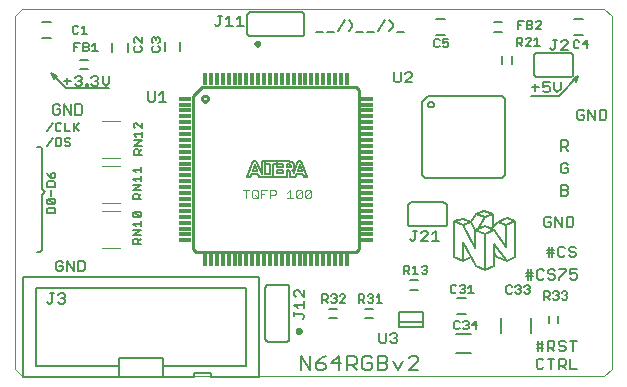
<source format=gto>
G75*
%MOIN*%
%OFA0B0*%
%FSLAX25Y25*%
%IPPOS*%
%LPD*%
%AMOC8*
5,1,8,0,0,1.08239X$1,22.5*
%
%ADD10C,0.00000*%
%ADD11C,0.00500*%
%ADD12C,0.00600*%
%ADD13C,0.01200*%
%ADD14C,0.00800*%
%ADD15C,0.00787*%
%ADD16C,0.00400*%
%ADD17C,0.01000*%
%ADD18C,0.00300*%
%ADD19R,0.04133X0.01182*%
%ADD20R,0.04133X0.01181*%
%ADD21R,0.01182X0.04133*%
%ADD22R,0.01181X0.04133*%
D10*
X0001500Y0004550D02*
X0004000Y0002050D01*
X0198000Y0002050D01*
X0200500Y0004550D01*
X0200500Y0122050D01*
X0198000Y0124550D01*
X0004000Y0124550D01*
X0001500Y0122050D01*
X0001500Y0004550D01*
D11*
X0040848Y0046200D02*
X0040848Y0047551D01*
X0041298Y0048002D01*
X0042199Y0048002D01*
X0042649Y0047551D01*
X0042649Y0046200D01*
X0042649Y0047101D02*
X0043550Y0048002D01*
X0043550Y0049147D02*
X0040848Y0049147D01*
X0043550Y0050948D01*
X0040848Y0050948D01*
X0041748Y0052093D02*
X0040848Y0052994D01*
X0043550Y0052994D01*
X0043550Y0052093D02*
X0043550Y0053895D01*
X0043100Y0055040D02*
X0041298Y0055040D01*
X0040848Y0055490D01*
X0040848Y0056391D01*
X0041298Y0056841D01*
X0043100Y0055040D01*
X0043550Y0055490D01*
X0043550Y0056391D01*
X0043100Y0056841D01*
X0041298Y0056841D01*
X0040948Y0061200D02*
X0040948Y0062551D01*
X0041398Y0063002D01*
X0042299Y0063002D01*
X0042749Y0062551D01*
X0042749Y0061200D01*
X0042749Y0062101D02*
X0043650Y0063002D01*
X0043650Y0064147D02*
X0040948Y0064147D01*
X0043650Y0065948D01*
X0040948Y0065948D01*
X0041848Y0067093D02*
X0040948Y0067994D01*
X0043650Y0067994D01*
X0043650Y0067093D02*
X0043650Y0068895D01*
X0043650Y0070040D02*
X0043650Y0071841D01*
X0043650Y0070940D02*
X0040948Y0070940D01*
X0041848Y0070040D01*
X0041048Y0076000D02*
X0041048Y0077351D01*
X0041498Y0077802D01*
X0042399Y0077802D01*
X0042849Y0077351D01*
X0042849Y0076000D01*
X0042849Y0076901D02*
X0043750Y0077802D01*
X0043750Y0078947D02*
X0041048Y0078947D01*
X0043750Y0080748D01*
X0041048Y0080748D01*
X0041948Y0081893D02*
X0041048Y0082794D01*
X0043750Y0082794D01*
X0043750Y0081893D02*
X0043750Y0083695D01*
X0043750Y0084840D02*
X0041948Y0086641D01*
X0041498Y0086641D01*
X0041048Y0086191D01*
X0041048Y0085290D01*
X0041498Y0084840D01*
X0043750Y0084840D02*
X0043750Y0086641D01*
X0043750Y0076000D02*
X0041048Y0076000D01*
X0022891Y0083800D02*
X0021540Y0085151D01*
X0021090Y0084701D02*
X0022891Y0086502D01*
X0021090Y0086502D02*
X0021090Y0083800D01*
X0019945Y0083800D02*
X0018143Y0083800D01*
X0018143Y0086502D01*
X0016998Y0086052D02*
X0016548Y0086502D01*
X0015647Y0086502D01*
X0015197Y0086052D01*
X0015197Y0084250D01*
X0015647Y0083800D01*
X0016548Y0083800D01*
X0016998Y0084250D01*
X0016548Y0081502D02*
X0015197Y0081502D01*
X0015197Y0078800D01*
X0016548Y0078800D01*
X0016998Y0079250D01*
X0016998Y0081052D01*
X0016548Y0081502D01*
X0018143Y0081052D02*
X0018143Y0080602D01*
X0018593Y0080151D01*
X0019494Y0080151D01*
X0019945Y0079701D01*
X0019945Y0079250D01*
X0019494Y0078800D01*
X0018593Y0078800D01*
X0018143Y0079250D01*
X0018143Y0081052D02*
X0018593Y0081502D01*
X0019494Y0081502D01*
X0019945Y0081052D01*
X0014052Y0081502D02*
X0012250Y0078800D01*
X0012250Y0083800D02*
X0014052Y0086502D01*
X0013949Y0070021D02*
X0013499Y0069571D01*
X0013499Y0068220D01*
X0014400Y0068220D01*
X0014850Y0068670D01*
X0014850Y0069571D01*
X0014400Y0070021D01*
X0013949Y0070021D01*
X0012598Y0069121D02*
X0013499Y0068220D01*
X0012598Y0069121D02*
X0012148Y0070021D01*
X0012598Y0067075D02*
X0012148Y0066624D01*
X0012148Y0065273D01*
X0014850Y0065273D01*
X0014850Y0066624D01*
X0014400Y0067075D01*
X0012598Y0067075D01*
X0013499Y0064128D02*
X0013499Y0062327D01*
X0012598Y0061182D02*
X0014400Y0061182D01*
X0014850Y0060731D01*
X0014850Y0059831D01*
X0014400Y0059380D01*
X0012598Y0061182D01*
X0012148Y0060731D01*
X0012148Y0059831D01*
X0012598Y0059380D01*
X0014400Y0059380D01*
X0014400Y0058235D02*
X0012598Y0058235D01*
X0012148Y0057785D01*
X0012148Y0056434D01*
X0014850Y0056434D01*
X0014850Y0057785D01*
X0014400Y0058235D01*
X0040948Y0061200D02*
X0043650Y0061200D01*
X0043550Y0046200D02*
X0040848Y0046200D01*
X0078984Y0068456D02*
X0079984Y0068456D01*
X0080484Y0069456D01*
X0082484Y0069456D01*
X0082984Y0068456D01*
X0087484Y0068456D01*
X0087484Y0072707D01*
X0088984Y0072707D01*
X0090984Y0072707D01*
X0090984Y0071707D01*
X0088984Y0071707D01*
X0088984Y0072707D01*
X0088984Y0073707D01*
X0093232Y0073707D01*
X0092984Y0072707D02*
X0092232Y0072707D01*
X0092232Y0071707D01*
X0092984Y0071707D01*
X0093028Y0071709D01*
X0093071Y0071715D01*
X0093113Y0071724D01*
X0093155Y0071737D01*
X0093195Y0071754D01*
X0093234Y0071774D01*
X0093271Y0071797D01*
X0093305Y0071824D01*
X0093338Y0071853D01*
X0093367Y0071886D01*
X0093394Y0071920D01*
X0093417Y0071957D01*
X0093437Y0071996D01*
X0093454Y0072036D01*
X0093467Y0072078D01*
X0093476Y0072120D01*
X0093482Y0072163D01*
X0093484Y0072207D01*
X0093482Y0072251D01*
X0093476Y0072294D01*
X0093467Y0072336D01*
X0093454Y0072378D01*
X0093437Y0072418D01*
X0093417Y0072457D01*
X0093394Y0072494D01*
X0093367Y0072528D01*
X0093338Y0072561D01*
X0093305Y0072590D01*
X0093271Y0072617D01*
X0093234Y0072640D01*
X0093195Y0072660D01*
X0093155Y0072677D01*
X0093113Y0072690D01*
X0093071Y0072699D01*
X0093028Y0072705D01*
X0092984Y0072707D01*
X0093233Y0073708D02*
X0093309Y0073699D01*
X0093386Y0073687D01*
X0093461Y0073671D01*
X0093536Y0073651D01*
X0093609Y0073627D01*
X0093682Y0073600D01*
X0093752Y0073569D01*
X0093821Y0073534D01*
X0093889Y0073496D01*
X0093954Y0073455D01*
X0094017Y0073410D01*
X0094077Y0073362D01*
X0094136Y0073311D01*
X0094191Y0073258D01*
X0094244Y0073201D01*
X0094293Y0073142D01*
X0094340Y0073080D01*
X0094383Y0073017D01*
X0094424Y0072951D01*
X0094460Y0072883D01*
X0094494Y0072813D01*
X0094523Y0072742D01*
X0094549Y0072669D01*
X0094571Y0072595D01*
X0094590Y0072520D01*
X0094604Y0072444D01*
X0094615Y0072367D01*
X0094622Y0072290D01*
X0094625Y0072213D01*
X0094624Y0072136D01*
X0094619Y0072059D01*
X0094610Y0071982D01*
X0094597Y0071906D01*
X0094581Y0071831D01*
X0094560Y0071756D01*
X0094536Y0071683D01*
X0094508Y0071611D01*
X0094477Y0071540D01*
X0094441Y0071471D01*
X0094403Y0071404D01*
X0094361Y0071340D01*
X0094316Y0071277D01*
X0094268Y0071217D01*
X0094216Y0071159D01*
X0094162Y0071104D01*
X0094105Y0071051D01*
X0094046Y0071002D01*
X0093984Y0070956D01*
X0093984Y0070958D02*
X0094035Y0070933D01*
X0094085Y0070903D01*
X0094132Y0070871D01*
X0094178Y0070836D01*
X0094221Y0070798D01*
X0094262Y0070757D01*
X0094300Y0070714D01*
X0094335Y0070669D01*
X0094367Y0070621D01*
X0094396Y0070571D01*
X0094421Y0070520D01*
X0094444Y0070467D01*
X0094462Y0070412D01*
X0094478Y0070357D01*
X0094490Y0070300D01*
X0094498Y0070243D01*
X0094502Y0070186D01*
X0094503Y0070129D01*
X0094500Y0070071D01*
X0094493Y0070014D01*
X0094483Y0069957D01*
X0094484Y0070207D02*
X0095984Y0073707D01*
X0096984Y0073707D01*
X0098984Y0068456D01*
X0097984Y0068456D01*
X0097484Y0069456D01*
X0095484Y0069456D01*
X0094984Y0068456D01*
X0093232Y0068456D01*
X0093232Y0070207D01*
X0093230Y0070251D01*
X0093224Y0070294D01*
X0093215Y0070336D01*
X0093202Y0070378D01*
X0093185Y0070418D01*
X0093165Y0070457D01*
X0093142Y0070494D01*
X0093115Y0070528D01*
X0093086Y0070561D01*
X0093053Y0070590D01*
X0093019Y0070617D01*
X0092982Y0070640D01*
X0092943Y0070660D01*
X0092903Y0070677D01*
X0092861Y0070690D01*
X0092819Y0070699D01*
X0092776Y0070705D01*
X0092732Y0070707D01*
X0092232Y0070707D01*
X0092232Y0068456D01*
X0087732Y0068456D01*
X0086484Y0069456D02*
X0086484Y0072707D01*
X0084732Y0072707D01*
X0084732Y0069456D01*
X0086484Y0069456D01*
X0088984Y0069707D02*
X0088984Y0070707D01*
X0090984Y0070707D01*
X0090984Y0069707D01*
X0088984Y0069707D01*
X0084732Y0072707D02*
X0084732Y0073707D01*
X0088984Y0073707D01*
X0084732Y0073707D02*
X0083732Y0073707D01*
X0083732Y0069456D01*
X0081984Y0073707D01*
X0080984Y0073707D01*
X0078984Y0068456D01*
X0080732Y0070456D02*
X0082232Y0070456D01*
X0081484Y0072707D01*
X0080732Y0070456D01*
X0095732Y0070456D02*
X0096484Y0072707D01*
X0097232Y0070456D01*
X0095732Y0070456D01*
X0131150Y0039002D02*
X0132501Y0039002D01*
X0132952Y0038552D01*
X0132952Y0037651D01*
X0132501Y0037201D01*
X0131150Y0037201D01*
X0132051Y0037201D02*
X0132952Y0036300D01*
X0134097Y0036300D02*
X0135898Y0036300D01*
X0134997Y0036300D02*
X0134997Y0039002D01*
X0134097Y0038102D01*
X0137043Y0038552D02*
X0137493Y0039002D01*
X0138394Y0039002D01*
X0138845Y0038552D01*
X0138845Y0038102D01*
X0138394Y0037651D01*
X0138845Y0037201D01*
X0138845Y0036750D01*
X0138394Y0036300D01*
X0137493Y0036300D01*
X0137043Y0036750D01*
X0137944Y0037651D02*
X0138394Y0037651D01*
X0131150Y0036300D02*
X0131150Y0039002D01*
X0122944Y0029402D02*
X0122944Y0026700D01*
X0122043Y0026700D02*
X0123845Y0026700D01*
X0122043Y0028502D02*
X0122944Y0029402D01*
X0120898Y0028952D02*
X0120898Y0028502D01*
X0120448Y0028051D01*
X0120898Y0027601D01*
X0120898Y0027150D01*
X0120448Y0026700D01*
X0119547Y0026700D01*
X0119097Y0027150D01*
X0117952Y0026700D02*
X0117051Y0027601D01*
X0117501Y0027601D02*
X0116150Y0027601D01*
X0116150Y0026700D02*
X0116150Y0029402D01*
X0117501Y0029402D01*
X0117952Y0028952D01*
X0117952Y0028051D01*
X0117501Y0027601D01*
X0119097Y0028952D02*
X0119547Y0029402D01*
X0120448Y0029402D01*
X0120898Y0028952D01*
X0120448Y0028051D02*
X0119997Y0028051D01*
X0111645Y0028502D02*
X0109843Y0026700D01*
X0111645Y0026700D01*
X0108698Y0027150D02*
X0108248Y0026700D01*
X0107347Y0026700D01*
X0106897Y0027150D01*
X0105752Y0026700D02*
X0104851Y0027601D01*
X0105301Y0027601D02*
X0103950Y0027601D01*
X0103950Y0026700D02*
X0103950Y0029402D01*
X0105301Y0029402D01*
X0105752Y0028952D01*
X0105752Y0028051D01*
X0105301Y0027601D01*
X0106897Y0028952D02*
X0107347Y0029402D01*
X0108248Y0029402D01*
X0108698Y0028952D01*
X0108698Y0028502D01*
X0108248Y0028051D01*
X0108698Y0027601D01*
X0108698Y0027150D01*
X0108248Y0028051D02*
X0107797Y0028051D01*
X0109843Y0028952D02*
X0110293Y0029402D01*
X0111194Y0029402D01*
X0111645Y0028952D01*
X0111645Y0028502D01*
X0146750Y0030250D02*
X0147200Y0029800D01*
X0148101Y0029800D01*
X0148552Y0030250D01*
X0149697Y0030250D02*
X0150147Y0029800D01*
X0151048Y0029800D01*
X0151498Y0030250D01*
X0151498Y0030701D01*
X0151048Y0031151D01*
X0150597Y0031151D01*
X0151048Y0031151D02*
X0151498Y0031602D01*
X0151498Y0032052D01*
X0151048Y0032502D01*
X0150147Y0032502D01*
X0149697Y0032052D01*
X0148552Y0032052D02*
X0148101Y0032502D01*
X0147200Y0032502D01*
X0146750Y0032052D01*
X0146750Y0030250D01*
X0152643Y0029800D02*
X0154445Y0029800D01*
X0153544Y0029800D02*
X0153544Y0032502D01*
X0152643Y0031602D01*
X0165350Y0031952D02*
X0165350Y0030150D01*
X0165800Y0029700D01*
X0166701Y0029700D01*
X0167152Y0030150D01*
X0168297Y0030150D02*
X0168747Y0029700D01*
X0169648Y0029700D01*
X0170098Y0030150D01*
X0170098Y0030601D01*
X0169648Y0031051D01*
X0169197Y0031051D01*
X0169648Y0031051D02*
X0170098Y0031502D01*
X0170098Y0031952D01*
X0169648Y0032402D01*
X0168747Y0032402D01*
X0168297Y0031952D01*
X0167152Y0031952D02*
X0166701Y0032402D01*
X0165800Y0032402D01*
X0165350Y0031952D01*
X0171243Y0031952D02*
X0171693Y0032402D01*
X0172594Y0032402D01*
X0173045Y0031952D01*
X0173045Y0031502D01*
X0172594Y0031051D01*
X0173045Y0030601D01*
X0173045Y0030150D01*
X0172594Y0029700D01*
X0171693Y0029700D01*
X0171243Y0030150D01*
X0172144Y0031051D02*
X0172594Y0031051D01*
X0177950Y0030402D02*
X0179301Y0030402D01*
X0179752Y0029952D01*
X0179752Y0029051D01*
X0179301Y0028601D01*
X0177950Y0028601D01*
X0178851Y0028601D02*
X0179752Y0027700D01*
X0180897Y0028150D02*
X0181347Y0027700D01*
X0182248Y0027700D01*
X0182698Y0028150D01*
X0182698Y0028601D01*
X0182248Y0029051D01*
X0181797Y0029051D01*
X0182248Y0029051D02*
X0182698Y0029502D01*
X0182698Y0029952D01*
X0182248Y0030402D01*
X0181347Y0030402D01*
X0180897Y0029952D01*
X0183843Y0029952D02*
X0184293Y0030402D01*
X0185194Y0030402D01*
X0185645Y0029952D01*
X0185645Y0029502D01*
X0185194Y0029051D01*
X0185645Y0028601D01*
X0185645Y0028150D01*
X0185194Y0027700D01*
X0184293Y0027700D01*
X0183843Y0028150D01*
X0184744Y0029051D02*
X0185194Y0029051D01*
X0177950Y0027700D02*
X0177950Y0030402D01*
X0155194Y0020602D02*
X0155194Y0017900D01*
X0155645Y0019251D02*
X0153843Y0019251D01*
X0155194Y0020602D01*
X0152698Y0020152D02*
X0152698Y0019702D01*
X0152248Y0019251D01*
X0152698Y0018801D01*
X0152698Y0018350D01*
X0152248Y0017900D01*
X0151347Y0017900D01*
X0150897Y0018350D01*
X0149752Y0018350D02*
X0149301Y0017900D01*
X0148400Y0017900D01*
X0147950Y0018350D01*
X0147950Y0020152D01*
X0148400Y0020602D01*
X0149301Y0020602D01*
X0149752Y0020152D01*
X0150897Y0020152D02*
X0151347Y0020602D01*
X0152248Y0020602D01*
X0152698Y0020152D01*
X0152248Y0019251D02*
X0151797Y0019251D01*
X0049750Y0110750D02*
X0049300Y0110300D01*
X0047498Y0110300D01*
X0047048Y0110750D01*
X0047048Y0111651D01*
X0047498Y0112102D01*
X0047498Y0113247D02*
X0047048Y0113697D01*
X0047048Y0114598D01*
X0047498Y0115048D01*
X0047948Y0115048D01*
X0048399Y0114598D01*
X0048849Y0115048D01*
X0049300Y0115048D01*
X0049750Y0114598D01*
X0049750Y0113697D01*
X0049300Y0113247D01*
X0049300Y0112102D02*
X0049750Y0111651D01*
X0049750Y0110750D01*
X0048399Y0114147D02*
X0048399Y0114598D01*
X0043750Y0115048D02*
X0043750Y0113247D01*
X0041948Y0115048D01*
X0041498Y0115048D01*
X0041048Y0114598D01*
X0041048Y0113697D01*
X0041498Y0113247D01*
X0041498Y0112102D02*
X0041048Y0111651D01*
X0041048Y0110750D01*
X0041498Y0110300D01*
X0043300Y0110300D01*
X0043750Y0110750D01*
X0043750Y0111651D01*
X0043300Y0112102D01*
X0029045Y0110500D02*
X0027243Y0110500D01*
X0028144Y0110500D02*
X0028144Y0113202D01*
X0027243Y0112302D01*
X0026098Y0112302D02*
X0025648Y0111851D01*
X0024297Y0111851D01*
X0025648Y0111851D02*
X0026098Y0111401D01*
X0026098Y0110950D01*
X0025648Y0110500D01*
X0024297Y0110500D01*
X0024297Y0113202D01*
X0025648Y0113202D01*
X0026098Y0112752D01*
X0026098Y0112302D01*
X0023152Y0113202D02*
X0021350Y0113202D01*
X0021350Y0110500D01*
X0021350Y0111851D02*
X0022251Y0111851D01*
X0022101Y0116300D02*
X0022552Y0116750D01*
X0022101Y0116300D02*
X0021200Y0116300D01*
X0020750Y0116750D01*
X0020750Y0118552D01*
X0021200Y0119002D01*
X0022101Y0119002D01*
X0022552Y0118552D01*
X0023697Y0118102D02*
X0024597Y0119002D01*
X0024597Y0116300D01*
X0023697Y0116300D02*
X0025498Y0116300D01*
X0141250Y0114052D02*
X0141250Y0112250D01*
X0141700Y0111800D01*
X0142601Y0111800D01*
X0143052Y0112250D01*
X0144197Y0112250D02*
X0144647Y0111800D01*
X0145548Y0111800D01*
X0145998Y0112250D01*
X0145998Y0113151D01*
X0145548Y0113602D01*
X0145097Y0113602D01*
X0144197Y0113151D01*
X0144197Y0114502D01*
X0145998Y0114502D01*
X0143052Y0114052D02*
X0142601Y0114502D01*
X0141700Y0114502D01*
X0141250Y0114052D01*
X0168750Y0113201D02*
X0170101Y0113201D01*
X0170552Y0113651D01*
X0170552Y0114552D01*
X0170101Y0115002D01*
X0168750Y0115002D01*
X0168750Y0112300D01*
X0169651Y0113201D02*
X0170552Y0112300D01*
X0171697Y0112300D02*
X0173498Y0114102D01*
X0173498Y0114552D01*
X0173048Y0115002D01*
X0172147Y0115002D01*
X0171697Y0114552D01*
X0171697Y0112300D02*
X0173498Y0112300D01*
X0174643Y0112300D02*
X0176445Y0112300D01*
X0175544Y0112300D02*
X0175544Y0115002D01*
X0174643Y0114102D01*
X0175143Y0117800D02*
X0176945Y0119602D01*
X0176945Y0120052D01*
X0176494Y0120502D01*
X0175593Y0120502D01*
X0175143Y0120052D01*
X0173998Y0120052D02*
X0173998Y0119602D01*
X0173548Y0119151D01*
X0172197Y0119151D01*
X0173548Y0119151D02*
X0173998Y0118701D01*
X0173998Y0118250D01*
X0173548Y0117800D01*
X0172197Y0117800D01*
X0172197Y0120502D01*
X0173548Y0120502D01*
X0173998Y0120052D01*
X0171052Y0120502D02*
X0169250Y0120502D01*
X0169250Y0117800D01*
X0169250Y0119151D02*
X0170151Y0119151D01*
X0175143Y0117800D02*
X0176945Y0117800D01*
X0187750Y0113652D02*
X0187750Y0111850D01*
X0188200Y0111400D01*
X0189101Y0111400D01*
X0189552Y0111850D01*
X0190697Y0112751D02*
X0192498Y0112751D01*
X0192048Y0111400D02*
X0192048Y0114102D01*
X0190697Y0112751D01*
X0189552Y0113652D02*
X0189101Y0114102D01*
X0188200Y0114102D01*
X0187750Y0113652D01*
D12*
X0185752Y0113686D02*
X0185752Y0113119D01*
X0183483Y0110850D01*
X0185752Y0110850D01*
X0186600Y0109950D02*
X0175600Y0109950D01*
X0175540Y0109948D01*
X0175479Y0109943D01*
X0175420Y0109934D01*
X0175361Y0109921D01*
X0175302Y0109905D01*
X0175245Y0109885D01*
X0175190Y0109862D01*
X0175135Y0109835D01*
X0175083Y0109806D01*
X0175032Y0109773D01*
X0174983Y0109737D01*
X0174937Y0109699D01*
X0174893Y0109657D01*
X0174851Y0109613D01*
X0174813Y0109567D01*
X0174777Y0109518D01*
X0174744Y0109467D01*
X0174715Y0109415D01*
X0174688Y0109360D01*
X0174665Y0109305D01*
X0174645Y0109248D01*
X0174629Y0109189D01*
X0174616Y0109130D01*
X0174607Y0109071D01*
X0174602Y0109010D01*
X0174600Y0108950D01*
X0174600Y0102950D01*
X0174602Y0102890D01*
X0174607Y0102829D01*
X0174616Y0102770D01*
X0174629Y0102711D01*
X0174645Y0102652D01*
X0174665Y0102595D01*
X0174688Y0102540D01*
X0174715Y0102485D01*
X0174744Y0102433D01*
X0174777Y0102382D01*
X0174813Y0102333D01*
X0174851Y0102287D01*
X0174893Y0102243D01*
X0174937Y0102201D01*
X0174983Y0102163D01*
X0175032Y0102127D01*
X0175083Y0102094D01*
X0175135Y0102065D01*
X0175190Y0102038D01*
X0175245Y0102015D01*
X0175302Y0101995D01*
X0175361Y0101979D01*
X0175420Y0101966D01*
X0175479Y0101957D01*
X0175540Y0101952D01*
X0175600Y0101950D01*
X0186600Y0101950D01*
X0186660Y0101952D01*
X0186721Y0101957D01*
X0186780Y0101966D01*
X0186839Y0101979D01*
X0186898Y0101995D01*
X0186955Y0102015D01*
X0187010Y0102038D01*
X0187065Y0102065D01*
X0187117Y0102094D01*
X0187168Y0102127D01*
X0187217Y0102163D01*
X0187263Y0102201D01*
X0187307Y0102243D01*
X0187349Y0102287D01*
X0187387Y0102333D01*
X0187423Y0102382D01*
X0187456Y0102433D01*
X0187485Y0102485D01*
X0187512Y0102540D01*
X0187535Y0102595D01*
X0187555Y0102652D01*
X0187571Y0102711D01*
X0187584Y0102770D01*
X0187593Y0102829D01*
X0187598Y0102890D01*
X0187600Y0102950D01*
X0187600Y0108950D01*
X0187598Y0109010D01*
X0187593Y0109071D01*
X0187584Y0109130D01*
X0187571Y0109189D01*
X0187555Y0109248D01*
X0187535Y0109305D01*
X0187512Y0109360D01*
X0187485Y0109415D01*
X0187456Y0109467D01*
X0187423Y0109518D01*
X0187387Y0109567D01*
X0187349Y0109613D01*
X0187307Y0109657D01*
X0187263Y0109699D01*
X0187217Y0109737D01*
X0187168Y0109773D01*
X0187117Y0109806D01*
X0187065Y0109835D01*
X0187010Y0109862D01*
X0186955Y0109885D01*
X0186898Y0109905D01*
X0186839Y0109921D01*
X0186780Y0109934D01*
X0186721Y0109943D01*
X0186660Y0109948D01*
X0186600Y0109950D01*
X0181501Y0111417D02*
X0181501Y0114253D01*
X0180934Y0114253D02*
X0182069Y0114253D01*
X0183483Y0113686D02*
X0184050Y0114253D01*
X0185185Y0114253D01*
X0185752Y0113686D01*
X0188000Y0115950D02*
X0191000Y0115950D01*
X0191000Y0121150D02*
X0188000Y0121150D01*
X0181501Y0111417D02*
X0180934Y0110850D01*
X0180367Y0110850D01*
X0179800Y0111417D01*
X0167063Y0108800D02*
X0167063Y0106300D01*
X0163938Y0106300D02*
X0163938Y0108800D01*
X0163750Y0116987D02*
X0161250Y0116987D01*
X0161250Y0120112D02*
X0163750Y0120112D01*
X0145000Y0121150D02*
X0142000Y0121150D01*
X0142000Y0115950D02*
X0145000Y0115950D01*
X0131078Y0116783D02*
X0128810Y0116783D01*
X0127489Y0118484D02*
X0126354Y0117350D01*
X0127489Y0118484D02*
X0127489Y0119619D01*
X0126354Y0120753D01*
X0124940Y0120753D02*
X0122671Y0117350D01*
X0121257Y0116783D02*
X0118988Y0116783D01*
X0117573Y0116783D02*
X0115305Y0116783D01*
X0113984Y0118484D02*
X0112849Y0117350D01*
X0113984Y0118484D02*
X0113984Y0119619D01*
X0112849Y0120753D01*
X0111435Y0120753D02*
X0109166Y0117350D01*
X0107752Y0116783D02*
X0105483Y0116783D01*
X0104069Y0116783D02*
X0101800Y0116783D01*
X0098000Y0116550D02*
X0098000Y0122550D01*
X0097998Y0122610D01*
X0097993Y0122671D01*
X0097984Y0122730D01*
X0097971Y0122789D01*
X0097955Y0122848D01*
X0097935Y0122905D01*
X0097912Y0122960D01*
X0097885Y0123015D01*
X0097856Y0123067D01*
X0097823Y0123118D01*
X0097787Y0123167D01*
X0097749Y0123213D01*
X0097707Y0123257D01*
X0097663Y0123299D01*
X0097617Y0123337D01*
X0097568Y0123373D01*
X0097517Y0123406D01*
X0097465Y0123435D01*
X0097410Y0123462D01*
X0097355Y0123485D01*
X0097298Y0123505D01*
X0097239Y0123521D01*
X0097180Y0123534D01*
X0097121Y0123543D01*
X0097060Y0123548D01*
X0097000Y0123550D01*
X0080000Y0123550D01*
X0079940Y0123548D01*
X0079879Y0123543D01*
X0079820Y0123534D01*
X0079761Y0123521D01*
X0079702Y0123505D01*
X0079645Y0123485D01*
X0079590Y0123462D01*
X0079535Y0123435D01*
X0079483Y0123406D01*
X0079432Y0123373D01*
X0079383Y0123337D01*
X0079337Y0123299D01*
X0079293Y0123257D01*
X0079251Y0123213D01*
X0079213Y0123167D01*
X0079177Y0123118D01*
X0079144Y0123067D01*
X0079115Y0123015D01*
X0079088Y0122960D01*
X0079065Y0122905D01*
X0079045Y0122848D01*
X0079029Y0122789D01*
X0079016Y0122730D01*
X0079007Y0122671D01*
X0079002Y0122610D01*
X0079000Y0122550D01*
X0079000Y0116550D01*
X0079002Y0116490D01*
X0079007Y0116429D01*
X0079016Y0116370D01*
X0079029Y0116311D01*
X0079045Y0116252D01*
X0079065Y0116195D01*
X0079088Y0116140D01*
X0079115Y0116085D01*
X0079144Y0116033D01*
X0079177Y0115982D01*
X0079213Y0115933D01*
X0079251Y0115887D01*
X0079293Y0115843D01*
X0079337Y0115801D01*
X0079383Y0115763D01*
X0079432Y0115727D01*
X0079483Y0115694D01*
X0079535Y0115665D01*
X0079590Y0115638D01*
X0079645Y0115615D01*
X0079702Y0115595D01*
X0079761Y0115579D01*
X0079820Y0115566D01*
X0079879Y0115557D01*
X0079940Y0115552D01*
X0080000Y0115550D01*
X0097000Y0115550D01*
X0097060Y0115552D01*
X0097121Y0115557D01*
X0097180Y0115566D01*
X0097239Y0115579D01*
X0097298Y0115595D01*
X0097355Y0115615D01*
X0097410Y0115638D01*
X0097465Y0115665D01*
X0097517Y0115694D01*
X0097568Y0115727D01*
X0097617Y0115763D01*
X0097663Y0115801D01*
X0097707Y0115843D01*
X0097749Y0115887D01*
X0097787Y0115933D01*
X0097823Y0115982D01*
X0097856Y0116033D01*
X0097885Y0116085D01*
X0097912Y0116140D01*
X0097935Y0116195D01*
X0097955Y0116252D01*
X0097971Y0116311D01*
X0097984Y0116370D01*
X0097993Y0116429D01*
X0097998Y0116490D01*
X0098000Y0116550D01*
X0077735Y0118850D02*
X0075466Y0118850D01*
X0076601Y0118850D02*
X0076601Y0122253D01*
X0075466Y0121119D01*
X0074052Y0118850D02*
X0071783Y0118850D01*
X0072917Y0118850D02*
X0072917Y0122253D01*
X0071783Y0121119D01*
X0070369Y0122253D02*
X0069234Y0122253D01*
X0069801Y0122253D02*
X0069801Y0119417D01*
X0069234Y0118850D01*
X0068667Y0118850D01*
X0068100Y0119417D01*
X0056600Y0113550D02*
X0056600Y0110550D01*
X0051400Y0110550D02*
X0051400Y0113550D01*
X0039100Y0113050D02*
X0039100Y0110050D01*
X0033900Y0110050D02*
X0033900Y0113050D01*
X0025750Y0107612D02*
X0023250Y0107612D01*
X0023250Y0104487D02*
X0025750Y0104487D01*
X0027575Y0102253D02*
X0028709Y0102253D01*
X0029276Y0101686D01*
X0029276Y0101119D01*
X0028709Y0100551D01*
X0029276Y0099984D01*
X0029276Y0099417D01*
X0028709Y0098850D01*
X0027575Y0098850D01*
X0027008Y0099417D01*
X0025733Y0099417D02*
X0025733Y0098850D01*
X0025166Y0098850D01*
X0025166Y0099417D01*
X0025733Y0099417D01*
X0023752Y0099417D02*
X0023185Y0098850D01*
X0022050Y0098850D01*
X0021483Y0099417D01*
X0022617Y0100551D02*
X0023185Y0100551D01*
X0023752Y0099984D01*
X0023752Y0099417D01*
X0023185Y0100551D02*
X0023752Y0101119D01*
X0023752Y0101686D01*
X0023185Y0102253D01*
X0022050Y0102253D01*
X0021483Y0101686D01*
X0020069Y0100551D02*
X0017800Y0100551D01*
X0018934Y0099417D02*
X0018934Y0101686D01*
X0015500Y0102050D02*
X0013500Y0103050D01*
X0014500Y0101050D01*
X0013500Y0103050D02*
X0018500Y0098050D01*
X0033000Y0098050D01*
X0031825Y0098850D02*
X0030691Y0099984D01*
X0030691Y0102253D01*
X0032960Y0102253D02*
X0032960Y0099984D01*
X0031825Y0098850D01*
X0028709Y0100551D02*
X0028142Y0100551D01*
X0027008Y0101686D02*
X0027575Y0102253D01*
X0023368Y0092753D02*
X0021666Y0092753D01*
X0021666Y0089350D01*
X0023368Y0089350D01*
X0023935Y0089917D01*
X0023935Y0092186D01*
X0023368Y0092753D01*
X0020252Y0092753D02*
X0020252Y0089350D01*
X0017983Y0092753D01*
X0017983Y0089350D01*
X0016569Y0089917D02*
X0016569Y0091051D01*
X0015434Y0091051D01*
X0014300Y0089917D02*
X0014867Y0089350D01*
X0016001Y0089350D01*
X0016569Y0089917D01*
X0014300Y0089917D02*
X0014300Y0092186D01*
X0014867Y0092753D01*
X0016001Y0092753D01*
X0016569Y0092186D01*
X0010000Y0078550D02*
X0010500Y0078050D01*
X0010500Y0064550D01*
X0011500Y0063550D01*
X0010500Y0062550D01*
X0010500Y0044050D01*
X0010000Y0043550D01*
X0009000Y0043550D01*
X0015200Y0039986D02*
X0015200Y0037717D01*
X0015767Y0037150D01*
X0016901Y0037150D01*
X0017469Y0037717D01*
X0017469Y0038851D01*
X0016334Y0038851D01*
X0015200Y0039986D02*
X0015767Y0040553D01*
X0016901Y0040553D01*
X0017469Y0039986D01*
X0018883Y0040553D02*
X0021152Y0037150D01*
X0021152Y0040553D01*
X0022566Y0040553D02*
X0024268Y0040553D01*
X0024835Y0039986D01*
X0024835Y0037717D01*
X0024268Y0037150D01*
X0022566Y0037150D01*
X0022566Y0040553D01*
X0018883Y0040553D02*
X0018883Y0037150D01*
X0017585Y0029753D02*
X0018152Y0029186D01*
X0018152Y0028619D01*
X0017585Y0028051D01*
X0018152Y0027484D01*
X0018152Y0026917D01*
X0017585Y0026350D01*
X0016450Y0026350D01*
X0015883Y0026917D01*
X0017017Y0028051D02*
X0017585Y0028051D01*
X0015883Y0029186D02*
X0016450Y0029753D01*
X0017585Y0029753D01*
X0014469Y0029753D02*
X0013334Y0029753D01*
X0013901Y0029753D02*
X0013901Y0026917D01*
X0013334Y0026350D01*
X0012767Y0026350D01*
X0012200Y0026917D01*
X0085000Y0031650D02*
X0085000Y0014650D01*
X0085002Y0014590D01*
X0085007Y0014529D01*
X0085016Y0014470D01*
X0085029Y0014411D01*
X0085045Y0014352D01*
X0085065Y0014295D01*
X0085088Y0014240D01*
X0085115Y0014185D01*
X0085144Y0014133D01*
X0085177Y0014082D01*
X0085213Y0014033D01*
X0085251Y0013987D01*
X0085293Y0013943D01*
X0085337Y0013901D01*
X0085383Y0013863D01*
X0085432Y0013827D01*
X0085483Y0013794D01*
X0085535Y0013765D01*
X0085590Y0013738D01*
X0085645Y0013715D01*
X0085702Y0013695D01*
X0085761Y0013679D01*
X0085820Y0013666D01*
X0085879Y0013657D01*
X0085940Y0013652D01*
X0086000Y0013650D01*
X0092000Y0013650D01*
X0092060Y0013652D01*
X0092121Y0013657D01*
X0092180Y0013666D01*
X0092239Y0013679D01*
X0092298Y0013695D01*
X0092355Y0013715D01*
X0092410Y0013738D01*
X0092465Y0013765D01*
X0092517Y0013794D01*
X0092568Y0013827D01*
X0092617Y0013863D01*
X0092663Y0013901D01*
X0092707Y0013943D01*
X0092749Y0013987D01*
X0092787Y0014033D01*
X0092823Y0014082D01*
X0092856Y0014133D01*
X0092885Y0014185D01*
X0092912Y0014240D01*
X0092935Y0014295D01*
X0092955Y0014352D01*
X0092971Y0014411D01*
X0092984Y0014470D01*
X0092993Y0014529D01*
X0092998Y0014590D01*
X0093000Y0014650D01*
X0093000Y0031650D01*
X0092998Y0031710D01*
X0092993Y0031771D01*
X0092984Y0031830D01*
X0092971Y0031889D01*
X0092955Y0031948D01*
X0092935Y0032005D01*
X0092912Y0032060D01*
X0092885Y0032115D01*
X0092856Y0032167D01*
X0092823Y0032218D01*
X0092787Y0032267D01*
X0092749Y0032313D01*
X0092707Y0032357D01*
X0092663Y0032399D01*
X0092617Y0032437D01*
X0092568Y0032473D01*
X0092517Y0032506D01*
X0092465Y0032535D01*
X0092410Y0032562D01*
X0092355Y0032585D01*
X0092298Y0032605D01*
X0092239Y0032621D01*
X0092180Y0032634D01*
X0092121Y0032643D01*
X0092060Y0032648D01*
X0092000Y0032650D01*
X0086000Y0032650D01*
X0085940Y0032648D01*
X0085879Y0032643D01*
X0085820Y0032634D01*
X0085761Y0032621D01*
X0085702Y0032605D01*
X0085645Y0032585D01*
X0085590Y0032562D01*
X0085535Y0032535D01*
X0085483Y0032506D01*
X0085432Y0032473D01*
X0085383Y0032437D01*
X0085337Y0032399D01*
X0085293Y0032357D01*
X0085251Y0032313D01*
X0085213Y0032267D01*
X0085177Y0032218D01*
X0085144Y0032167D01*
X0085115Y0032115D01*
X0085088Y0032060D01*
X0085065Y0032005D01*
X0085045Y0031948D01*
X0085029Y0031889D01*
X0085016Y0031830D01*
X0085007Y0031771D01*
X0085002Y0031710D01*
X0085000Y0031650D01*
X0094597Y0030218D02*
X0094597Y0029083D01*
X0095164Y0028516D01*
X0094597Y0030218D02*
X0095164Y0030785D01*
X0095731Y0030785D01*
X0098000Y0028516D01*
X0098000Y0030785D01*
X0098000Y0027102D02*
X0098000Y0024833D01*
X0098000Y0025967D02*
X0094597Y0025967D01*
X0095731Y0024833D01*
X0094597Y0023419D02*
X0094597Y0022284D01*
X0094597Y0022851D02*
X0097433Y0022851D01*
X0098000Y0022284D01*
X0098000Y0021717D01*
X0097433Y0021150D01*
X0106250Y0021488D02*
X0108750Y0021488D01*
X0108750Y0024612D02*
X0106250Y0024612D01*
X0118250Y0024612D02*
X0120750Y0024612D01*
X0120750Y0021488D02*
X0118250Y0021488D01*
X0123000Y0016553D02*
X0123000Y0013717D01*
X0123567Y0013150D01*
X0124701Y0013150D01*
X0125269Y0013717D01*
X0125269Y0016553D01*
X0126683Y0015986D02*
X0127250Y0016553D01*
X0128385Y0016553D01*
X0128952Y0015986D01*
X0128952Y0015419D01*
X0128385Y0014851D01*
X0128952Y0014284D01*
X0128952Y0013717D01*
X0128385Y0013150D01*
X0127250Y0013150D01*
X0126683Y0013717D01*
X0127817Y0014851D02*
X0128385Y0014851D01*
X0129563Y0018589D02*
X0129563Y0020181D01*
X0137437Y0020181D01*
X0137437Y0018589D01*
X0129563Y0018589D01*
X0129563Y0020181D02*
X0129563Y0023511D01*
X0137437Y0023511D01*
X0137437Y0020181D01*
X0148500Y0016175D02*
X0153500Y0016175D01*
X0153500Y0009925D02*
X0148500Y0009925D01*
X0163500Y0016550D02*
X0163500Y0021550D01*
X0173500Y0021550D02*
X0173500Y0016550D01*
X0175967Y0013953D02*
X0175967Y0010550D01*
X0177101Y0010550D02*
X0177101Y0013953D01*
X0177101Y0012819D02*
X0175400Y0012819D01*
X0175400Y0011684D02*
X0177669Y0011684D01*
X0177669Y0012819D02*
X0177101Y0012819D01*
X0179083Y0013953D02*
X0179083Y0010550D01*
X0179083Y0011684D02*
X0180785Y0011684D01*
X0181352Y0012251D01*
X0181352Y0013386D01*
X0180785Y0013953D01*
X0179083Y0013953D01*
X0180217Y0011684D02*
X0181352Y0010550D01*
X0182766Y0011117D02*
X0183333Y0010550D01*
X0184468Y0010550D01*
X0185035Y0011117D01*
X0185035Y0011684D01*
X0184468Y0012251D01*
X0183333Y0012251D01*
X0182766Y0012819D01*
X0182766Y0013386D01*
X0183333Y0013953D01*
X0184468Y0013953D01*
X0185035Y0013386D01*
X0186449Y0013953D02*
X0188718Y0013953D01*
X0187584Y0013953D02*
X0187584Y0010550D01*
X0186449Y0007953D02*
X0186449Y0004550D01*
X0188718Y0004550D01*
X0185035Y0004550D02*
X0183901Y0005684D01*
X0184468Y0005684D02*
X0182766Y0005684D01*
X0182766Y0004550D02*
X0182766Y0007953D01*
X0184468Y0007953D01*
X0185035Y0007386D01*
X0185035Y0006251D01*
X0184468Y0005684D01*
X0181352Y0007953D02*
X0179083Y0007953D01*
X0180217Y0007953D02*
X0180217Y0004550D01*
X0177669Y0005117D02*
X0177101Y0004550D01*
X0175967Y0004550D01*
X0175400Y0005117D01*
X0175400Y0007386D01*
X0175967Y0007953D01*
X0177101Y0007953D01*
X0177669Y0007386D01*
X0179437Y0019800D02*
X0179437Y0022300D01*
X0182562Y0022300D02*
X0182562Y0019800D01*
X0182849Y0034350D02*
X0182849Y0034917D01*
X0185118Y0037186D01*
X0185118Y0037753D01*
X0182849Y0037753D01*
X0181435Y0037186D02*
X0180868Y0037753D01*
X0179733Y0037753D01*
X0179166Y0037186D01*
X0179166Y0036619D01*
X0179733Y0036051D01*
X0180868Y0036051D01*
X0181435Y0035484D01*
X0181435Y0034917D01*
X0180868Y0034350D01*
X0179733Y0034350D01*
X0179166Y0034917D01*
X0177752Y0034917D02*
X0177185Y0034350D01*
X0176050Y0034350D01*
X0175483Y0034917D01*
X0175483Y0037186D01*
X0176050Y0037753D01*
X0177185Y0037753D01*
X0177752Y0037186D01*
X0174069Y0036619D02*
X0173501Y0036619D01*
X0171800Y0036619D01*
X0171800Y0035484D02*
X0174069Y0035484D01*
X0173501Y0034350D02*
X0173501Y0037753D01*
X0172367Y0037753D02*
X0172367Y0034350D01*
X0179367Y0041950D02*
X0179367Y0045353D01*
X0180501Y0045353D02*
X0180501Y0041950D01*
X0181069Y0043084D02*
X0178800Y0043084D01*
X0178800Y0044219D02*
X0180501Y0044219D01*
X0181069Y0044219D01*
X0182483Y0044786D02*
X0182483Y0042517D01*
X0183050Y0041950D01*
X0184185Y0041950D01*
X0184752Y0042517D01*
X0186166Y0042517D02*
X0186733Y0041950D01*
X0187868Y0041950D01*
X0188435Y0042517D01*
X0188435Y0043084D01*
X0187868Y0043651D01*
X0186733Y0043651D01*
X0186166Y0044219D01*
X0186166Y0044786D01*
X0186733Y0045353D01*
X0187868Y0045353D01*
X0188435Y0044786D01*
X0184752Y0044786D02*
X0184185Y0045353D01*
X0183050Y0045353D01*
X0182483Y0044786D01*
X0186533Y0037753D02*
X0186533Y0036051D01*
X0187667Y0036619D01*
X0188234Y0036619D01*
X0188801Y0036051D01*
X0188801Y0034917D01*
X0188234Y0034350D01*
X0187100Y0034350D01*
X0186533Y0034917D01*
X0186533Y0037753D02*
X0188801Y0037753D01*
X0187068Y0051950D02*
X0185366Y0051950D01*
X0185366Y0055353D01*
X0187068Y0055353D01*
X0187635Y0054786D01*
X0187635Y0052517D01*
X0187068Y0051950D01*
X0183952Y0051950D02*
X0183952Y0055353D01*
X0181683Y0055353D02*
X0183952Y0051950D01*
X0181683Y0051950D02*
X0181683Y0055353D01*
X0180269Y0054786D02*
X0179701Y0055353D01*
X0178567Y0055353D01*
X0178000Y0054786D01*
X0178000Y0052517D01*
X0178567Y0051950D01*
X0179701Y0051950D01*
X0180269Y0052517D01*
X0180269Y0053651D01*
X0179134Y0053651D01*
X0183600Y0062350D02*
X0185301Y0062350D01*
X0185869Y0062917D01*
X0185869Y0063484D01*
X0185301Y0064051D01*
X0183600Y0064051D01*
X0183600Y0062350D02*
X0183600Y0065753D01*
X0185301Y0065753D01*
X0185869Y0065186D01*
X0185869Y0064619D01*
X0185301Y0064051D01*
X0185301Y0069750D02*
X0184167Y0069750D01*
X0183600Y0070317D01*
X0183600Y0072586D01*
X0184167Y0073153D01*
X0185301Y0073153D01*
X0185869Y0072586D01*
X0185869Y0071451D02*
X0184734Y0071451D01*
X0185869Y0071451D02*
X0185869Y0070317D01*
X0185301Y0069750D01*
X0185869Y0077350D02*
X0184734Y0078484D01*
X0185301Y0078484D02*
X0183600Y0078484D01*
X0183600Y0077350D02*
X0183600Y0080753D01*
X0185301Y0080753D01*
X0185869Y0080186D01*
X0185869Y0079051D01*
X0185301Y0078484D01*
X0189567Y0087550D02*
X0190701Y0087550D01*
X0191269Y0088117D01*
X0191269Y0089251D01*
X0190134Y0089251D01*
X0189000Y0088117D02*
X0189567Y0087550D01*
X0189000Y0088117D02*
X0189000Y0090386D01*
X0189567Y0090953D01*
X0190701Y0090953D01*
X0191269Y0090386D01*
X0192683Y0090953D02*
X0194952Y0087550D01*
X0194952Y0090953D01*
X0196366Y0090953D02*
X0198068Y0090953D01*
X0198635Y0090386D01*
X0198635Y0088117D01*
X0198068Y0087550D01*
X0196366Y0087550D01*
X0196366Y0090953D01*
X0192683Y0090953D02*
X0192683Y0087550D01*
X0182900Y0095650D02*
X0189300Y0102050D01*
X0188500Y0100250D01*
X0187500Y0101250D02*
X0189300Y0102050D01*
X0183435Y0100153D02*
X0183435Y0097884D01*
X0182301Y0096750D01*
X0181166Y0097884D01*
X0181166Y0100153D01*
X0179752Y0100153D02*
X0177483Y0100153D01*
X0177483Y0098451D01*
X0178617Y0099019D01*
X0179185Y0099019D01*
X0179752Y0098451D01*
X0179752Y0097317D01*
X0179185Y0096750D01*
X0178050Y0096750D01*
X0177483Y0097317D01*
X0176069Y0098451D02*
X0173800Y0098451D01*
X0174934Y0097317D02*
X0174934Y0099586D01*
X0173500Y0095650D02*
X0182900Y0095650D01*
X0164780Y0094672D02*
X0163795Y0095656D01*
X0139189Y0095656D01*
X0137220Y0093688D01*
X0137220Y0069081D01*
X0138205Y0068097D01*
X0163795Y0068097D01*
X0164780Y0069081D01*
X0164780Y0094672D01*
X0139189Y0092704D02*
X0139191Y0092766D01*
X0139197Y0092829D01*
X0139207Y0092890D01*
X0139221Y0092951D01*
X0139238Y0093011D01*
X0139259Y0093070D01*
X0139285Y0093127D01*
X0139313Y0093182D01*
X0139345Y0093236D01*
X0139381Y0093287D01*
X0139419Y0093337D01*
X0139461Y0093383D01*
X0139505Y0093427D01*
X0139553Y0093468D01*
X0139602Y0093506D01*
X0139654Y0093540D01*
X0139708Y0093571D01*
X0139764Y0093599D01*
X0139822Y0093623D01*
X0139881Y0093644D01*
X0139941Y0093660D01*
X0140002Y0093673D01*
X0140064Y0093682D01*
X0140126Y0093687D01*
X0140189Y0093688D01*
X0140251Y0093685D01*
X0140313Y0093678D01*
X0140375Y0093667D01*
X0140435Y0093652D01*
X0140495Y0093634D01*
X0140553Y0093612D01*
X0140610Y0093586D01*
X0140665Y0093556D01*
X0140718Y0093523D01*
X0140769Y0093487D01*
X0140817Y0093448D01*
X0140863Y0093405D01*
X0140906Y0093360D01*
X0140946Y0093312D01*
X0140983Y0093262D01*
X0141017Y0093209D01*
X0141048Y0093155D01*
X0141074Y0093099D01*
X0141098Y0093041D01*
X0141117Y0092981D01*
X0141133Y0092921D01*
X0141145Y0092859D01*
X0141153Y0092798D01*
X0141157Y0092735D01*
X0141157Y0092673D01*
X0141153Y0092610D01*
X0141145Y0092549D01*
X0141133Y0092487D01*
X0141117Y0092427D01*
X0141098Y0092367D01*
X0141074Y0092309D01*
X0141048Y0092253D01*
X0141017Y0092199D01*
X0140983Y0092146D01*
X0140946Y0092096D01*
X0140906Y0092048D01*
X0140863Y0092003D01*
X0140817Y0091960D01*
X0140769Y0091921D01*
X0140718Y0091885D01*
X0140665Y0091852D01*
X0140610Y0091822D01*
X0140553Y0091796D01*
X0140495Y0091774D01*
X0140435Y0091756D01*
X0140375Y0091741D01*
X0140313Y0091730D01*
X0140251Y0091723D01*
X0140189Y0091720D01*
X0140126Y0091721D01*
X0140064Y0091726D01*
X0140002Y0091735D01*
X0139941Y0091748D01*
X0139881Y0091764D01*
X0139822Y0091785D01*
X0139764Y0091809D01*
X0139708Y0091837D01*
X0139654Y0091868D01*
X0139602Y0091902D01*
X0139553Y0091940D01*
X0139505Y0091981D01*
X0139461Y0092025D01*
X0139419Y0092071D01*
X0139381Y0092121D01*
X0139345Y0092172D01*
X0139313Y0092226D01*
X0139285Y0092281D01*
X0139259Y0092338D01*
X0139238Y0092397D01*
X0139221Y0092457D01*
X0139207Y0092518D01*
X0139197Y0092579D01*
X0139191Y0092642D01*
X0139189Y0092704D01*
X0133852Y0100050D02*
X0131583Y0100050D01*
X0133852Y0102319D01*
X0133852Y0102886D01*
X0133285Y0103453D01*
X0132150Y0103453D01*
X0131583Y0102886D01*
X0130169Y0103453D02*
X0130169Y0100617D01*
X0129601Y0100050D01*
X0128467Y0100050D01*
X0127900Y0100617D01*
X0127900Y0103453D01*
X0133500Y0060050D02*
X0144500Y0060050D01*
X0144560Y0060048D01*
X0144621Y0060043D01*
X0144680Y0060034D01*
X0144739Y0060021D01*
X0144798Y0060005D01*
X0144855Y0059985D01*
X0144910Y0059962D01*
X0144965Y0059935D01*
X0145017Y0059906D01*
X0145068Y0059873D01*
X0145117Y0059837D01*
X0145163Y0059799D01*
X0145207Y0059757D01*
X0145249Y0059713D01*
X0145287Y0059667D01*
X0145323Y0059618D01*
X0145356Y0059567D01*
X0145385Y0059515D01*
X0145412Y0059460D01*
X0145435Y0059405D01*
X0145455Y0059348D01*
X0145471Y0059289D01*
X0145484Y0059230D01*
X0145493Y0059171D01*
X0145498Y0059110D01*
X0145500Y0059050D01*
X0145500Y0053050D01*
X0145498Y0052990D01*
X0145493Y0052929D01*
X0145484Y0052870D01*
X0145471Y0052811D01*
X0145455Y0052752D01*
X0145435Y0052695D01*
X0145412Y0052640D01*
X0145385Y0052585D01*
X0145356Y0052533D01*
X0145323Y0052482D01*
X0145287Y0052433D01*
X0145249Y0052387D01*
X0145207Y0052343D01*
X0145163Y0052301D01*
X0145117Y0052263D01*
X0145068Y0052227D01*
X0145017Y0052194D01*
X0144965Y0052165D01*
X0144910Y0052138D01*
X0144855Y0052115D01*
X0144798Y0052095D01*
X0144739Y0052079D01*
X0144680Y0052066D01*
X0144621Y0052057D01*
X0144560Y0052052D01*
X0144500Y0052050D01*
X0133500Y0052050D01*
X0133440Y0052052D01*
X0133379Y0052057D01*
X0133320Y0052066D01*
X0133261Y0052079D01*
X0133202Y0052095D01*
X0133145Y0052115D01*
X0133090Y0052138D01*
X0133035Y0052165D01*
X0132983Y0052194D01*
X0132932Y0052227D01*
X0132883Y0052263D01*
X0132837Y0052301D01*
X0132793Y0052343D01*
X0132751Y0052387D01*
X0132713Y0052433D01*
X0132677Y0052482D01*
X0132644Y0052533D01*
X0132615Y0052585D01*
X0132588Y0052640D01*
X0132565Y0052695D01*
X0132545Y0052752D01*
X0132529Y0052811D01*
X0132516Y0052870D01*
X0132507Y0052929D01*
X0132502Y0052990D01*
X0132500Y0053050D01*
X0132500Y0059050D01*
X0132502Y0059110D01*
X0132507Y0059171D01*
X0132516Y0059230D01*
X0132529Y0059289D01*
X0132545Y0059348D01*
X0132565Y0059405D01*
X0132588Y0059460D01*
X0132615Y0059515D01*
X0132644Y0059567D01*
X0132677Y0059618D01*
X0132713Y0059667D01*
X0132751Y0059713D01*
X0132793Y0059757D01*
X0132837Y0059799D01*
X0132883Y0059837D01*
X0132932Y0059873D01*
X0132983Y0059906D01*
X0133035Y0059935D01*
X0133090Y0059962D01*
X0133145Y0059985D01*
X0133202Y0060005D01*
X0133261Y0060021D01*
X0133320Y0060034D01*
X0133379Y0060043D01*
X0133440Y0060048D01*
X0133500Y0060050D01*
X0134334Y0050553D02*
X0135469Y0050553D01*
X0134901Y0050553D02*
X0134901Y0047717D01*
X0134334Y0047150D01*
X0133767Y0047150D01*
X0133200Y0047717D01*
X0136883Y0047150D02*
X0139152Y0049419D01*
X0139152Y0049986D01*
X0138585Y0050553D01*
X0137450Y0050553D01*
X0136883Y0049986D01*
X0136883Y0047150D02*
X0139152Y0047150D01*
X0140566Y0047150D02*
X0142835Y0047150D01*
X0141701Y0047150D02*
X0141701Y0050553D01*
X0140566Y0049419D01*
X0135750Y0034113D02*
X0133250Y0034113D01*
X0133250Y0030987D02*
X0135750Y0030987D01*
X0149000Y0028150D02*
X0152000Y0028150D01*
X0152000Y0022950D02*
X0149000Y0022950D01*
X0051852Y0093650D02*
X0049583Y0093650D01*
X0050717Y0093650D02*
X0050717Y0097053D01*
X0049583Y0095919D01*
X0048169Y0097053D02*
X0048169Y0094217D01*
X0047601Y0093650D01*
X0046467Y0093650D01*
X0045900Y0094217D01*
X0045900Y0097053D01*
X0013500Y0114950D02*
X0010500Y0114950D01*
X0010500Y0120150D02*
X0013500Y0120150D01*
X0010000Y0078550D02*
X0009000Y0078550D01*
D13*
X0082000Y0112850D02*
X0082002Y0112894D01*
X0082008Y0112938D01*
X0082018Y0112981D01*
X0082031Y0113023D01*
X0082048Y0113064D01*
X0082069Y0113103D01*
X0082093Y0113140D01*
X0082120Y0113175D01*
X0082150Y0113207D01*
X0082183Y0113237D01*
X0082219Y0113263D01*
X0082256Y0113287D01*
X0082296Y0113306D01*
X0082337Y0113323D01*
X0082380Y0113335D01*
X0082423Y0113344D01*
X0082467Y0113349D01*
X0082511Y0113350D01*
X0082555Y0113347D01*
X0082599Y0113340D01*
X0082642Y0113329D01*
X0082684Y0113315D01*
X0082724Y0113297D01*
X0082763Y0113275D01*
X0082799Y0113251D01*
X0082833Y0113223D01*
X0082865Y0113192D01*
X0082894Y0113158D01*
X0082920Y0113122D01*
X0082942Y0113084D01*
X0082961Y0113044D01*
X0082976Y0113002D01*
X0082988Y0112960D01*
X0082996Y0112916D01*
X0083000Y0112872D01*
X0083000Y0112828D01*
X0082996Y0112784D01*
X0082988Y0112740D01*
X0082976Y0112698D01*
X0082961Y0112656D01*
X0082942Y0112616D01*
X0082920Y0112578D01*
X0082894Y0112542D01*
X0082865Y0112508D01*
X0082833Y0112477D01*
X0082799Y0112449D01*
X0082763Y0112425D01*
X0082724Y0112403D01*
X0082684Y0112385D01*
X0082642Y0112371D01*
X0082599Y0112360D01*
X0082555Y0112353D01*
X0082511Y0112350D01*
X0082467Y0112351D01*
X0082423Y0112356D01*
X0082380Y0112365D01*
X0082337Y0112377D01*
X0082296Y0112394D01*
X0082256Y0112413D01*
X0082219Y0112437D01*
X0082183Y0112463D01*
X0082150Y0112493D01*
X0082120Y0112525D01*
X0082093Y0112560D01*
X0082069Y0112597D01*
X0082048Y0112636D01*
X0082031Y0112677D01*
X0082018Y0112719D01*
X0082008Y0112762D01*
X0082002Y0112806D01*
X0082000Y0112850D01*
X0095700Y0017050D02*
X0095702Y0017094D01*
X0095708Y0017138D01*
X0095718Y0017181D01*
X0095731Y0017223D01*
X0095748Y0017264D01*
X0095769Y0017303D01*
X0095793Y0017340D01*
X0095820Y0017375D01*
X0095850Y0017407D01*
X0095883Y0017437D01*
X0095919Y0017463D01*
X0095956Y0017487D01*
X0095996Y0017506D01*
X0096037Y0017523D01*
X0096080Y0017535D01*
X0096123Y0017544D01*
X0096167Y0017549D01*
X0096211Y0017550D01*
X0096255Y0017547D01*
X0096299Y0017540D01*
X0096342Y0017529D01*
X0096384Y0017515D01*
X0096424Y0017497D01*
X0096463Y0017475D01*
X0096499Y0017451D01*
X0096533Y0017423D01*
X0096565Y0017392D01*
X0096594Y0017358D01*
X0096620Y0017322D01*
X0096642Y0017284D01*
X0096661Y0017244D01*
X0096676Y0017202D01*
X0096688Y0017160D01*
X0096696Y0017116D01*
X0096700Y0017072D01*
X0096700Y0017028D01*
X0096696Y0016984D01*
X0096688Y0016940D01*
X0096676Y0016898D01*
X0096661Y0016856D01*
X0096642Y0016816D01*
X0096620Y0016778D01*
X0096594Y0016742D01*
X0096565Y0016708D01*
X0096533Y0016677D01*
X0096499Y0016649D01*
X0096463Y0016625D01*
X0096424Y0016603D01*
X0096384Y0016585D01*
X0096342Y0016571D01*
X0096299Y0016560D01*
X0096255Y0016553D01*
X0096211Y0016550D01*
X0096167Y0016551D01*
X0096123Y0016556D01*
X0096080Y0016565D01*
X0096037Y0016577D01*
X0095996Y0016594D01*
X0095956Y0016613D01*
X0095919Y0016637D01*
X0095883Y0016663D01*
X0095850Y0016693D01*
X0095820Y0016725D01*
X0095793Y0016760D01*
X0095769Y0016797D01*
X0095748Y0016836D01*
X0095731Y0016877D01*
X0095718Y0016919D01*
X0095708Y0016962D01*
X0095702Y0017006D01*
X0095700Y0017050D01*
D14*
X0096700Y0008954D02*
X0099903Y0004150D01*
X0099903Y0008954D01*
X0101856Y0006552D02*
X0104258Y0006552D01*
X0105059Y0005751D01*
X0105059Y0004951D01*
X0104258Y0004150D01*
X0102657Y0004150D01*
X0101856Y0004951D01*
X0101856Y0006552D01*
X0103458Y0008153D01*
X0105059Y0008954D01*
X0107013Y0006552D02*
X0110216Y0006552D01*
X0112169Y0005751D02*
X0114571Y0005751D01*
X0115372Y0006552D01*
X0115372Y0008153D01*
X0114571Y0008954D01*
X0112169Y0008954D01*
X0112169Y0004150D01*
X0113771Y0005751D02*
X0115372Y0004150D01*
X0117326Y0004951D02*
X0118126Y0004150D01*
X0119728Y0004150D01*
X0120528Y0004951D01*
X0120528Y0006552D01*
X0118927Y0006552D01*
X0120528Y0008153D02*
X0119728Y0008954D01*
X0118126Y0008954D01*
X0117326Y0008153D01*
X0117326Y0004951D01*
X0122482Y0004150D02*
X0122482Y0008954D01*
X0124884Y0008954D01*
X0125685Y0008153D01*
X0125685Y0007353D01*
X0124884Y0006552D01*
X0122482Y0006552D01*
X0124884Y0006552D02*
X0125685Y0005751D01*
X0125685Y0004951D01*
X0124884Y0004150D01*
X0122482Y0004150D01*
X0127638Y0007353D02*
X0129240Y0004150D01*
X0130841Y0007353D01*
X0132795Y0008153D02*
X0133595Y0008954D01*
X0135197Y0008954D01*
X0135998Y0008153D01*
X0135998Y0007353D01*
X0132795Y0004150D01*
X0135998Y0004150D01*
X0109415Y0004150D02*
X0109415Y0008954D01*
X0107013Y0006552D01*
X0096700Y0004150D02*
X0096700Y0008954D01*
X0082870Y0002015D02*
X0066878Y0002015D01*
X0066878Y0003196D01*
X0061055Y0003196D01*
X0061055Y0002015D01*
X0050913Y0002015D01*
X0036087Y0002015D01*
X0004130Y0002015D01*
X0004130Y0035085D01*
X0082870Y0035085D01*
X0082870Y0002015D01*
X0078441Y0005656D02*
X0050913Y0005656D01*
X0050913Y0008117D02*
X0036087Y0008117D01*
X0036087Y0002015D01*
X0036087Y0005656D02*
X0008559Y0005656D01*
X0008559Y0031444D01*
X0078441Y0031444D01*
X0078441Y0005656D01*
X0050913Y0008117D02*
X0050913Y0002015D01*
D15*
X0148018Y0041831D02*
X0148018Y0053748D01*
X0150991Y0052535D01*
X0153585Y0053582D01*
X0154976Y0050763D01*
X0154976Y0044792D01*
X0150991Y0052535D01*
X0150754Y0054640D02*
X0153585Y0053582D01*
X0153656Y0053439D02*
X0155238Y0056329D01*
X0157985Y0057293D01*
X0160769Y0056341D01*
X0158092Y0055283D01*
X0155238Y0056329D01*
X0158092Y0055283D02*
X0155702Y0051179D01*
X0158092Y0052143D01*
X0161197Y0050870D01*
X0165217Y0045173D01*
X0165217Y0052512D01*
X0168226Y0053748D01*
X0168226Y0041831D01*
X0165371Y0040653D01*
X0161089Y0046184D01*
X0161089Y0043092D01*
X0161089Y0038905D01*
X0158128Y0037680D01*
X0155179Y0038893D01*
X0150861Y0046743D01*
X0150861Y0040665D01*
X0148018Y0041831D01*
X0150861Y0040665D02*
X0153585Y0041783D01*
X0150861Y0046743D01*
X0154976Y0050763D02*
X0154976Y0050894D01*
X0158128Y0049609D01*
X0158128Y0037680D01*
X0162065Y0041795D02*
X0165371Y0040653D01*
X0162065Y0041795D02*
X0161089Y0043092D01*
X0158128Y0049609D02*
X0161197Y0050870D01*
X0160209Y0051275D01*
X0158092Y0052143D01*
X0154976Y0050894D01*
X0155702Y0051179D01*
X0154976Y0050763D02*
X0153656Y0053439D01*
X0150754Y0054640D02*
X0148018Y0053748D01*
X0160209Y0051275D02*
X0162433Y0053570D01*
X0165217Y0052512D01*
X0165371Y0054783D02*
X0162433Y0053570D01*
X0160769Y0051857D02*
X0160769Y0056341D01*
X0165371Y0054783D02*
X0168226Y0053748D01*
D16*
X0036453Y0057152D02*
X0030547Y0057152D01*
X0030547Y0059948D02*
X0036453Y0059948D01*
X0036453Y0072152D02*
X0030547Y0072152D01*
X0030547Y0074948D02*
X0036453Y0074948D01*
X0036453Y0087152D02*
X0030547Y0087152D01*
X0030547Y0044948D02*
X0036453Y0044948D01*
D17*
X0060941Y0044475D02*
X0061925Y0043491D01*
X0115075Y0043491D01*
X0116059Y0044475D01*
X0116059Y0097625D01*
X0115075Y0098609D01*
X0063894Y0098609D01*
X0060941Y0095656D01*
X0060941Y0044475D01*
X0063894Y0094672D02*
X0063896Y0094734D01*
X0063902Y0094797D01*
X0063912Y0094858D01*
X0063926Y0094919D01*
X0063943Y0094979D01*
X0063964Y0095038D01*
X0063990Y0095095D01*
X0064018Y0095150D01*
X0064050Y0095204D01*
X0064086Y0095255D01*
X0064124Y0095305D01*
X0064166Y0095351D01*
X0064210Y0095395D01*
X0064258Y0095436D01*
X0064307Y0095474D01*
X0064359Y0095508D01*
X0064413Y0095539D01*
X0064469Y0095567D01*
X0064527Y0095591D01*
X0064586Y0095612D01*
X0064646Y0095628D01*
X0064707Y0095641D01*
X0064769Y0095650D01*
X0064831Y0095655D01*
X0064894Y0095656D01*
X0064956Y0095653D01*
X0065018Y0095646D01*
X0065080Y0095635D01*
X0065140Y0095620D01*
X0065200Y0095602D01*
X0065258Y0095580D01*
X0065315Y0095554D01*
X0065370Y0095524D01*
X0065423Y0095491D01*
X0065474Y0095455D01*
X0065522Y0095416D01*
X0065568Y0095373D01*
X0065611Y0095328D01*
X0065651Y0095280D01*
X0065688Y0095230D01*
X0065722Y0095177D01*
X0065753Y0095123D01*
X0065779Y0095067D01*
X0065803Y0095009D01*
X0065822Y0094949D01*
X0065838Y0094889D01*
X0065850Y0094827D01*
X0065858Y0094766D01*
X0065862Y0094703D01*
X0065862Y0094641D01*
X0065858Y0094578D01*
X0065850Y0094517D01*
X0065838Y0094455D01*
X0065822Y0094395D01*
X0065803Y0094335D01*
X0065779Y0094277D01*
X0065753Y0094221D01*
X0065722Y0094167D01*
X0065688Y0094114D01*
X0065651Y0094064D01*
X0065611Y0094016D01*
X0065568Y0093971D01*
X0065522Y0093928D01*
X0065474Y0093889D01*
X0065423Y0093853D01*
X0065370Y0093820D01*
X0065315Y0093790D01*
X0065258Y0093764D01*
X0065200Y0093742D01*
X0065140Y0093724D01*
X0065080Y0093709D01*
X0065018Y0093698D01*
X0064956Y0093691D01*
X0064894Y0093688D01*
X0064831Y0093689D01*
X0064769Y0093694D01*
X0064707Y0093703D01*
X0064646Y0093716D01*
X0064586Y0093732D01*
X0064527Y0093753D01*
X0064469Y0093777D01*
X0064413Y0093805D01*
X0064359Y0093836D01*
X0064307Y0093870D01*
X0064258Y0093908D01*
X0064210Y0093949D01*
X0064166Y0093993D01*
X0064124Y0094039D01*
X0064086Y0094089D01*
X0064050Y0094140D01*
X0064018Y0094194D01*
X0063990Y0094249D01*
X0063964Y0094306D01*
X0063943Y0094365D01*
X0063926Y0094425D01*
X0063912Y0094486D01*
X0063902Y0094547D01*
X0063896Y0094610D01*
X0063894Y0094672D01*
D18*
X0077587Y0064338D02*
X0079522Y0064338D01*
X0078554Y0064338D02*
X0078554Y0061436D01*
X0080534Y0061920D02*
X0081017Y0061436D01*
X0081985Y0061436D01*
X0082469Y0061920D01*
X0082469Y0063855D01*
X0081985Y0064338D01*
X0081017Y0064338D01*
X0080534Y0063855D01*
X0080534Y0061920D01*
X0081501Y0062403D02*
X0082469Y0061436D01*
X0083480Y0061436D02*
X0083480Y0064338D01*
X0085415Y0064338D01*
X0086427Y0064338D02*
X0087878Y0064338D01*
X0088362Y0063855D01*
X0088362Y0062887D01*
X0087878Y0062403D01*
X0086427Y0062403D01*
X0086427Y0061436D02*
X0086427Y0064338D01*
X0084448Y0062887D02*
X0083480Y0062887D01*
X0092320Y0063371D02*
X0093287Y0064338D01*
X0093287Y0061436D01*
X0092320Y0061436D02*
X0094255Y0061436D01*
X0095266Y0061920D02*
X0097201Y0063855D01*
X0097201Y0061920D01*
X0096717Y0061436D01*
X0095750Y0061436D01*
X0095266Y0061920D01*
X0095266Y0063855D01*
X0095750Y0064338D01*
X0096717Y0064338D01*
X0097201Y0063855D01*
X0098213Y0063855D02*
X0098213Y0061920D01*
X0100148Y0063855D01*
X0100148Y0061920D01*
X0099664Y0061436D01*
X0098696Y0061436D01*
X0098213Y0061920D01*
X0098213Y0063855D02*
X0098696Y0064338D01*
X0099664Y0064338D01*
X0100148Y0063855D01*
D19*
X0118717Y0063176D03*
X0118717Y0067113D03*
X0118717Y0071050D03*
X0118717Y0074987D03*
X0118717Y0078924D03*
X0118717Y0082861D03*
X0118717Y0086798D03*
X0118717Y0090735D03*
X0118717Y0094672D03*
X0118717Y0059239D03*
X0118717Y0055302D03*
X0118717Y0051365D03*
X0118717Y0047428D03*
X0058283Y0047428D03*
X0058283Y0051365D03*
X0058283Y0055302D03*
X0058283Y0059239D03*
X0058283Y0063176D03*
X0058283Y0067113D03*
X0058283Y0071050D03*
X0058283Y0074987D03*
X0058283Y0078924D03*
X0058283Y0082861D03*
X0058283Y0086798D03*
X0058283Y0090735D03*
X0058283Y0094672D03*
D20*
X0058283Y0092704D03*
X0058283Y0088767D03*
X0058283Y0084830D03*
X0058283Y0080893D03*
X0058283Y0076956D03*
X0058283Y0073019D03*
X0058283Y0069081D03*
X0058283Y0065144D03*
X0058283Y0061207D03*
X0058283Y0057270D03*
X0058283Y0053333D03*
X0058283Y0049396D03*
X0118717Y0049396D03*
X0118717Y0053333D03*
X0118717Y0057270D03*
X0118717Y0061207D03*
X0118717Y0065144D03*
X0118717Y0069081D03*
X0118717Y0073019D03*
X0118717Y0076956D03*
X0118717Y0080893D03*
X0118717Y0084830D03*
X0118717Y0088767D03*
X0118717Y0092704D03*
D21*
X0112122Y0101267D03*
X0108185Y0101267D03*
X0104248Y0101267D03*
X0100311Y0101267D03*
X0096374Y0101267D03*
X0092437Y0101267D03*
X0088500Y0101267D03*
X0084563Y0101267D03*
X0080626Y0101267D03*
X0076689Y0101267D03*
X0072752Y0101267D03*
X0068815Y0101267D03*
X0064878Y0101267D03*
X0064878Y0040833D03*
X0068815Y0040833D03*
X0072752Y0040833D03*
X0076689Y0040833D03*
X0080626Y0040833D03*
X0084563Y0040833D03*
X0088500Y0040833D03*
X0092437Y0040833D03*
X0096374Y0040833D03*
X0100311Y0040833D03*
X0104248Y0040833D03*
X0108185Y0040833D03*
X0112122Y0040833D03*
D22*
X0110154Y0040833D03*
X0106217Y0040833D03*
X0102280Y0040833D03*
X0098343Y0040833D03*
X0094406Y0040833D03*
X0090469Y0040833D03*
X0086531Y0040833D03*
X0082594Y0040833D03*
X0078657Y0040833D03*
X0074720Y0040833D03*
X0070783Y0040833D03*
X0066846Y0040833D03*
X0066846Y0101267D03*
X0070783Y0101267D03*
X0074720Y0101267D03*
X0078657Y0101267D03*
X0082594Y0101267D03*
X0086531Y0101267D03*
X0090469Y0101267D03*
X0094406Y0101267D03*
X0098343Y0101267D03*
X0102280Y0101267D03*
X0106217Y0101267D03*
X0110154Y0101267D03*
M02*

</source>
